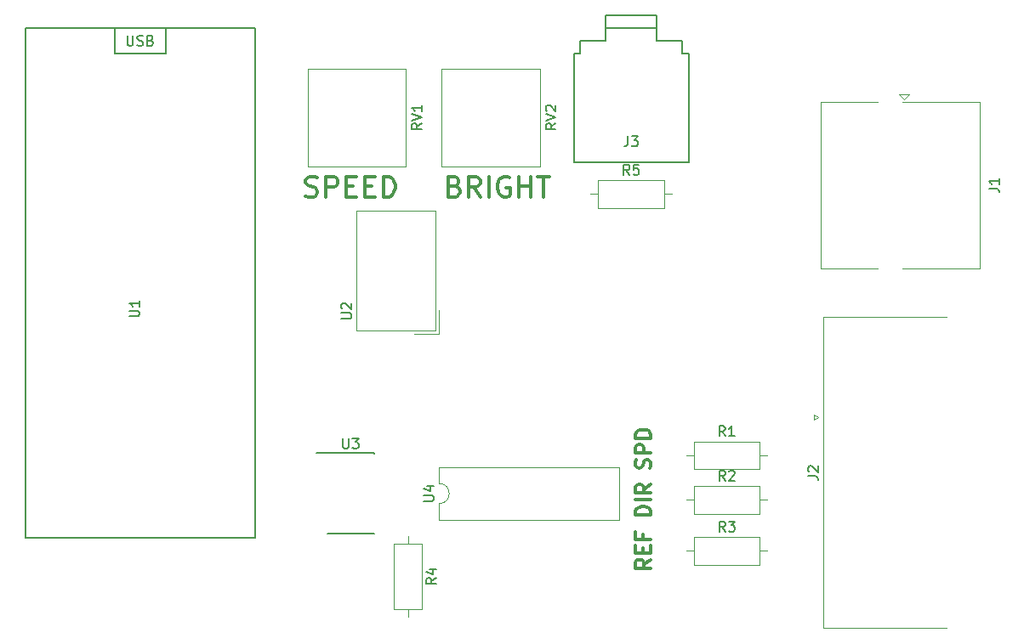
<source format=gto>
G04 #@! TF.GenerationSoftware,KiCad,Pcbnew,(5.0.0)*
G04 #@! TF.CreationDate,2021-05-18T20:46:35-04:00*
G04 #@! TF.ProjectId,CustomSID_PCB,437573746F6D5349445F5043422E6B69,rev?*
G04 #@! TF.SameCoordinates,Original*
G04 #@! TF.FileFunction,Legend,Top*
G04 #@! TF.FilePolarity,Positive*
%FSLAX46Y46*%
G04 Gerber Fmt 4.6, Leading zero omitted, Abs format (unit mm)*
G04 Created by KiCad (PCBNEW (5.0.0)) date 05/18/21 20:46:35*
%MOMM*%
%LPD*%
G01*
G04 APERTURE LIST*
%ADD10C,0.300000*%
%ADD11C,0.120000*%
%ADD12C,0.150000*%
G04 APERTURE END LIST*
D10*
X166413571Y-116427142D02*
X165699285Y-116927142D01*
X166413571Y-117284285D02*
X164913571Y-117284285D01*
X164913571Y-116712857D01*
X164985000Y-116570000D01*
X165056428Y-116498571D01*
X165199285Y-116427142D01*
X165413571Y-116427142D01*
X165556428Y-116498571D01*
X165627857Y-116570000D01*
X165699285Y-116712857D01*
X165699285Y-117284285D01*
X165627857Y-115784285D02*
X165627857Y-115284285D01*
X166413571Y-115070000D02*
X166413571Y-115784285D01*
X164913571Y-115784285D01*
X164913571Y-115070000D01*
X165627857Y-113927142D02*
X165627857Y-114427142D01*
X166413571Y-114427142D02*
X164913571Y-114427142D01*
X164913571Y-113712857D01*
X166342142Y-107338571D02*
X166413571Y-107124285D01*
X166413571Y-106767142D01*
X166342142Y-106624285D01*
X166270714Y-106552857D01*
X166127857Y-106481428D01*
X165985000Y-106481428D01*
X165842142Y-106552857D01*
X165770714Y-106624285D01*
X165699285Y-106767142D01*
X165627857Y-107052857D01*
X165556428Y-107195714D01*
X165485000Y-107267142D01*
X165342142Y-107338571D01*
X165199285Y-107338571D01*
X165056428Y-107267142D01*
X164985000Y-107195714D01*
X164913571Y-107052857D01*
X164913571Y-106695714D01*
X164985000Y-106481428D01*
X166413571Y-105838571D02*
X164913571Y-105838571D01*
X164913571Y-105267142D01*
X164985000Y-105124285D01*
X165056428Y-105052857D01*
X165199285Y-104981428D01*
X165413571Y-104981428D01*
X165556428Y-105052857D01*
X165627857Y-105124285D01*
X165699285Y-105267142D01*
X165699285Y-105838571D01*
X166413571Y-104338571D02*
X164913571Y-104338571D01*
X164913571Y-103981428D01*
X164985000Y-103767142D01*
X165127857Y-103624285D01*
X165270714Y-103552857D01*
X165556428Y-103481428D01*
X165770714Y-103481428D01*
X166056428Y-103552857D01*
X166199285Y-103624285D01*
X166342142Y-103767142D01*
X166413571Y-103981428D01*
X166413571Y-104338571D01*
X166413571Y-111990000D02*
X164913571Y-111990000D01*
X164913571Y-111632857D01*
X164985000Y-111418571D01*
X165127857Y-111275714D01*
X165270714Y-111204285D01*
X165556428Y-111132857D01*
X165770714Y-111132857D01*
X166056428Y-111204285D01*
X166199285Y-111275714D01*
X166342142Y-111418571D01*
X166413571Y-111632857D01*
X166413571Y-111990000D01*
X166413571Y-110490000D02*
X164913571Y-110490000D01*
X166413571Y-108918571D02*
X165699285Y-109418571D01*
X166413571Y-109775714D02*
X164913571Y-109775714D01*
X164913571Y-109204285D01*
X164985000Y-109061428D01*
X165056428Y-108990000D01*
X165199285Y-108918571D01*
X165413571Y-108918571D01*
X165556428Y-108990000D01*
X165627857Y-109061428D01*
X165699285Y-109204285D01*
X165699285Y-109775714D01*
X146920857Y-79229857D02*
X147211142Y-79326619D01*
X147307904Y-79423380D01*
X147404666Y-79616904D01*
X147404666Y-79907190D01*
X147307904Y-80100714D01*
X147211142Y-80197476D01*
X147017619Y-80294238D01*
X146243523Y-80294238D01*
X146243523Y-78262238D01*
X146920857Y-78262238D01*
X147114380Y-78359000D01*
X147211142Y-78455761D01*
X147307904Y-78649285D01*
X147307904Y-78842809D01*
X147211142Y-79036333D01*
X147114380Y-79133095D01*
X146920857Y-79229857D01*
X146243523Y-79229857D01*
X149436666Y-80294238D02*
X148759333Y-79326619D01*
X148275523Y-80294238D02*
X148275523Y-78262238D01*
X149049619Y-78262238D01*
X149243142Y-78359000D01*
X149339904Y-78455761D01*
X149436666Y-78649285D01*
X149436666Y-78939571D01*
X149339904Y-79133095D01*
X149243142Y-79229857D01*
X149049619Y-79326619D01*
X148275523Y-79326619D01*
X150307523Y-80294238D02*
X150307523Y-78262238D01*
X152339523Y-78359000D02*
X152146000Y-78262238D01*
X151855714Y-78262238D01*
X151565428Y-78359000D01*
X151371904Y-78552523D01*
X151275142Y-78746047D01*
X151178380Y-79133095D01*
X151178380Y-79423380D01*
X151275142Y-79810428D01*
X151371904Y-80003952D01*
X151565428Y-80197476D01*
X151855714Y-80294238D01*
X152049238Y-80294238D01*
X152339523Y-80197476D01*
X152436285Y-80100714D01*
X152436285Y-79423380D01*
X152049238Y-79423380D01*
X153307142Y-80294238D02*
X153307142Y-78262238D01*
X153307142Y-79229857D02*
X154468285Y-79229857D01*
X154468285Y-80294238D02*
X154468285Y-78262238D01*
X155145619Y-78262238D02*
X156306761Y-78262238D01*
X155726190Y-80294238D02*
X155726190Y-78262238D01*
X132073952Y-80197476D02*
X132364238Y-80294238D01*
X132848047Y-80294238D01*
X133041571Y-80197476D01*
X133138333Y-80100714D01*
X133235095Y-79907190D01*
X133235095Y-79713666D01*
X133138333Y-79520142D01*
X133041571Y-79423380D01*
X132848047Y-79326619D01*
X132461000Y-79229857D01*
X132267476Y-79133095D01*
X132170714Y-79036333D01*
X132073952Y-78842809D01*
X132073952Y-78649285D01*
X132170714Y-78455761D01*
X132267476Y-78359000D01*
X132461000Y-78262238D01*
X132944809Y-78262238D01*
X133235095Y-78359000D01*
X134105952Y-80294238D02*
X134105952Y-78262238D01*
X134880047Y-78262238D01*
X135073571Y-78359000D01*
X135170333Y-78455761D01*
X135267095Y-78649285D01*
X135267095Y-78939571D01*
X135170333Y-79133095D01*
X135073571Y-79229857D01*
X134880047Y-79326619D01*
X134105952Y-79326619D01*
X136137952Y-79229857D02*
X136815285Y-79229857D01*
X137105571Y-80294238D02*
X136137952Y-80294238D01*
X136137952Y-78262238D01*
X137105571Y-78262238D01*
X137976428Y-79229857D02*
X138653761Y-79229857D01*
X138944047Y-80294238D02*
X137976428Y-80294238D01*
X137976428Y-78262238D01*
X138944047Y-78262238D01*
X139814904Y-80294238D02*
X139814904Y-78262238D01*
X140298714Y-78262238D01*
X140589000Y-78359000D01*
X140782523Y-78552523D01*
X140879285Y-78746047D01*
X140976047Y-79133095D01*
X140976047Y-79423380D01*
X140879285Y-79810428D01*
X140782523Y-80003952D01*
X140589000Y-80197476D01*
X140298714Y-80294238D01*
X139814904Y-80294238D01*
D11*
G04 #@! TO.C,J1*
X199200000Y-70805000D02*
X199200000Y-87445000D01*
X199200000Y-70805000D02*
X191495000Y-70805000D01*
X199200000Y-87445000D02*
X191495000Y-87445000D01*
X183320000Y-70805000D02*
X183320000Y-87445000D01*
X183320000Y-70805000D02*
X188995000Y-70805000D01*
X183320000Y-87445000D02*
X188995000Y-87445000D01*
X191635000Y-70565000D02*
X191135000Y-70065000D01*
X191135000Y-70065000D02*
X192135000Y-70065000D01*
X192135000Y-70065000D02*
X191635000Y-70565000D01*
G04 #@! TO.C,RV2*
X155380000Y-77260000D02*
X145610000Y-77260000D01*
X155380000Y-67490000D02*
X145610000Y-67490000D01*
X145610000Y-67490000D02*
X145610000Y-77260000D01*
X155380000Y-67490000D02*
X155380000Y-77260000D01*
D12*
G04 #@! TO.C,J3*
X170180000Y-66040000D02*
X170180000Y-76835000D01*
X158750000Y-66040000D02*
X158750000Y-76835000D01*
X158750000Y-76835000D02*
X170180000Y-76835000D01*
X170180000Y-66040000D02*
X169545000Y-66040000D01*
X159385000Y-66040000D02*
X158750000Y-66040000D01*
X167005000Y-63500000D02*
X167005000Y-64770000D01*
X167005000Y-64770000D02*
X169545000Y-64770000D01*
X169545000Y-64770000D02*
X169545000Y-66040000D01*
X161925000Y-63500000D02*
X161925000Y-64770000D01*
X161925000Y-64770000D02*
X159385000Y-64770000D01*
X159385000Y-64770000D02*
X159385000Y-66040000D01*
X167005000Y-62230000D02*
X161925000Y-62230000D01*
X161925000Y-62230000D02*
X161925000Y-63500000D01*
X161925000Y-63500000D02*
X167005000Y-63500000D01*
X167005000Y-63500000D02*
X167005000Y-62230000D01*
D11*
G04 #@! TO.C,R5*
X161195000Y-78640000D02*
X161195000Y-81380000D01*
X161195000Y-81380000D02*
X167735000Y-81380000D01*
X167735000Y-81380000D02*
X167735000Y-78640000D01*
X167735000Y-78640000D02*
X161195000Y-78640000D01*
X160425000Y-80010000D02*
X161195000Y-80010000D01*
X168505000Y-80010000D02*
X167735000Y-80010000D01*
D12*
G04 #@! TO.C,U3*
X138850000Y-105830000D02*
X138850000Y-105855000D01*
X138850000Y-113880000D02*
X138850000Y-113855000D01*
X134200000Y-113880000D02*
X134200000Y-113855000D01*
X133125000Y-105780000D02*
X138850000Y-105780000D01*
X134200000Y-113880000D02*
X138850000Y-113880000D01*
D11*
G04 #@! TO.C,R4*
X143610000Y-114840000D02*
X140870000Y-114840000D01*
X140870000Y-114840000D02*
X140870000Y-121380000D01*
X140870000Y-121380000D02*
X143610000Y-121380000D01*
X143610000Y-121380000D02*
X143610000Y-114840000D01*
X142240000Y-114070000D02*
X142240000Y-114840000D01*
X142240000Y-122150000D02*
X142240000Y-121380000D01*
G04 #@! TO.C,RV1*
X142045000Y-67490000D02*
X142045000Y-77260000D01*
X132275000Y-67490000D02*
X132275000Y-77260000D01*
X142045000Y-67490000D02*
X132275000Y-67490000D01*
X142045000Y-77260000D02*
X132275000Y-77260000D01*
G04 #@! TO.C,U4*
X145355000Y-108855000D02*
G75*
G02X145355000Y-110855000I0J-1000000D01*
G01*
X145355000Y-110855000D02*
X145355000Y-112505000D01*
X145355000Y-112505000D02*
X163255000Y-112505000D01*
X163255000Y-112505000D02*
X163255000Y-107205000D01*
X163255000Y-107205000D02*
X145355000Y-107205000D01*
X145355000Y-107205000D02*
X145355000Y-108855000D01*
D12*
G04 #@! TO.C,U1*
X118110000Y-63500000D02*
X118110000Y-66040000D01*
X118110000Y-66040000D02*
X113030000Y-66040000D01*
X113030000Y-66040000D02*
X113030000Y-63500000D01*
X104140000Y-63500000D02*
X104140000Y-114300000D01*
X127000000Y-114300000D02*
X127000000Y-63500000D01*
X127000000Y-114300000D02*
X104140000Y-114300000D01*
X104140000Y-63500000D02*
X127000000Y-63500000D01*
D11*
G04 #@! TO.C,U2*
X145325000Y-93920000D02*
X145325000Y-91590000D01*
X142875000Y-93920000D02*
X145325000Y-93920000D01*
X144995000Y-81650000D02*
X144995000Y-93590000D01*
X137145000Y-81650000D02*
X144995000Y-81650000D01*
X137145000Y-93590000D02*
X137145000Y-81650000D01*
X144995000Y-93590000D02*
X137145000Y-93590000D01*
G04 #@! TO.C,J2*
X195900000Y-123260000D02*
X183560000Y-123260000D01*
X183560000Y-123260000D02*
X183560000Y-92290000D01*
X183560000Y-92290000D02*
X195900000Y-92290000D01*
X182665662Y-102485000D02*
X182665662Y-101985000D01*
X182665662Y-101985000D02*
X183098675Y-102235000D01*
X183098675Y-102235000D02*
X182665662Y-102485000D01*
G04 #@! TO.C,R3*
X170720000Y-114200000D02*
X170720000Y-116940000D01*
X170720000Y-116940000D02*
X177260000Y-116940000D01*
X177260000Y-116940000D02*
X177260000Y-114200000D01*
X177260000Y-114200000D02*
X170720000Y-114200000D01*
X169950000Y-115570000D02*
X170720000Y-115570000D01*
X178030000Y-115570000D02*
X177260000Y-115570000D01*
G04 #@! TO.C,R2*
X178030000Y-110490000D02*
X177260000Y-110490000D01*
X169950000Y-110490000D02*
X170720000Y-110490000D01*
X177260000Y-109120000D02*
X170720000Y-109120000D01*
X177260000Y-111860000D02*
X177260000Y-109120000D01*
X170720000Y-111860000D02*
X177260000Y-111860000D01*
X170720000Y-109120000D02*
X170720000Y-111860000D01*
G04 #@! TO.C,R1*
X170720000Y-104675000D02*
X170720000Y-107415000D01*
X170720000Y-107415000D02*
X177260000Y-107415000D01*
X177260000Y-107415000D02*
X177260000Y-104675000D01*
X177260000Y-104675000D02*
X170720000Y-104675000D01*
X169950000Y-106045000D02*
X170720000Y-106045000D01*
X178030000Y-106045000D02*
X177260000Y-106045000D01*
G04 #@! TO.C,J1*
D12*
X200087380Y-79458333D02*
X200801666Y-79458333D01*
X200944523Y-79505952D01*
X201039761Y-79601190D01*
X201087380Y-79744047D01*
X201087380Y-79839285D01*
X201087380Y-78458333D02*
X201087380Y-79029761D01*
X201087380Y-78744047D02*
X200087380Y-78744047D01*
X200230238Y-78839285D01*
X200325476Y-78934523D01*
X200373095Y-79029761D01*
G04 #@! TO.C,RV2*
X156962380Y-72970238D02*
X156486190Y-73303571D01*
X156962380Y-73541666D02*
X155962380Y-73541666D01*
X155962380Y-73160714D01*
X156010000Y-73065476D01*
X156057619Y-73017857D01*
X156152857Y-72970238D01*
X156295714Y-72970238D01*
X156390952Y-73017857D01*
X156438571Y-73065476D01*
X156486190Y-73160714D01*
X156486190Y-73541666D01*
X155962380Y-72684523D02*
X156962380Y-72351190D01*
X155962380Y-72017857D01*
X156057619Y-71732142D02*
X156010000Y-71684523D01*
X155962380Y-71589285D01*
X155962380Y-71351190D01*
X156010000Y-71255952D01*
X156057619Y-71208333D01*
X156152857Y-71160714D01*
X156248095Y-71160714D01*
X156390952Y-71208333D01*
X156962380Y-71779761D01*
X156962380Y-71160714D01*
G04 #@! TO.C,J3*
X164131666Y-74247380D02*
X164131666Y-74961666D01*
X164084047Y-75104523D01*
X163988809Y-75199761D01*
X163845952Y-75247380D01*
X163750714Y-75247380D01*
X164512619Y-74247380D02*
X165131666Y-74247380D01*
X164798333Y-74628333D01*
X164941190Y-74628333D01*
X165036428Y-74675952D01*
X165084047Y-74723571D01*
X165131666Y-74818809D01*
X165131666Y-75056904D01*
X165084047Y-75152142D01*
X165036428Y-75199761D01*
X164941190Y-75247380D01*
X164655476Y-75247380D01*
X164560238Y-75199761D01*
X164512619Y-75152142D01*
G04 #@! TO.C,R5*
X164298333Y-78092380D02*
X163965000Y-77616190D01*
X163726904Y-78092380D02*
X163726904Y-77092380D01*
X164107857Y-77092380D01*
X164203095Y-77140000D01*
X164250714Y-77187619D01*
X164298333Y-77282857D01*
X164298333Y-77425714D01*
X164250714Y-77520952D01*
X164203095Y-77568571D01*
X164107857Y-77616190D01*
X163726904Y-77616190D01*
X165203095Y-77092380D02*
X164726904Y-77092380D01*
X164679285Y-77568571D01*
X164726904Y-77520952D01*
X164822142Y-77473333D01*
X165060238Y-77473333D01*
X165155476Y-77520952D01*
X165203095Y-77568571D01*
X165250714Y-77663809D01*
X165250714Y-77901904D01*
X165203095Y-77997142D01*
X165155476Y-78044761D01*
X165060238Y-78092380D01*
X164822142Y-78092380D01*
X164726904Y-78044761D01*
X164679285Y-77997142D01*
G04 #@! TO.C,U3*
X135763095Y-104357380D02*
X135763095Y-105166904D01*
X135810714Y-105262142D01*
X135858333Y-105309761D01*
X135953571Y-105357380D01*
X136144047Y-105357380D01*
X136239285Y-105309761D01*
X136286904Y-105262142D01*
X136334523Y-105166904D01*
X136334523Y-104357380D01*
X136715476Y-104357380D02*
X137334523Y-104357380D01*
X137001190Y-104738333D01*
X137144047Y-104738333D01*
X137239285Y-104785952D01*
X137286904Y-104833571D01*
X137334523Y-104928809D01*
X137334523Y-105166904D01*
X137286904Y-105262142D01*
X137239285Y-105309761D01*
X137144047Y-105357380D01*
X136858333Y-105357380D01*
X136763095Y-105309761D01*
X136715476Y-105262142D01*
G04 #@! TO.C,R4*
X145062380Y-118276666D02*
X144586190Y-118610000D01*
X145062380Y-118848095D02*
X144062380Y-118848095D01*
X144062380Y-118467142D01*
X144110000Y-118371904D01*
X144157619Y-118324285D01*
X144252857Y-118276666D01*
X144395714Y-118276666D01*
X144490952Y-118324285D01*
X144538571Y-118371904D01*
X144586190Y-118467142D01*
X144586190Y-118848095D01*
X144395714Y-117419523D02*
X145062380Y-117419523D01*
X144014761Y-117657619D02*
X144729047Y-117895714D01*
X144729047Y-117276666D01*
G04 #@! TO.C,RV1*
X143627380Y-72970238D02*
X143151190Y-73303571D01*
X143627380Y-73541666D02*
X142627380Y-73541666D01*
X142627380Y-73160714D01*
X142675000Y-73065476D01*
X142722619Y-73017857D01*
X142817857Y-72970238D01*
X142960714Y-72970238D01*
X143055952Y-73017857D01*
X143103571Y-73065476D01*
X143151190Y-73160714D01*
X143151190Y-73541666D01*
X142627380Y-72684523D02*
X143627380Y-72351190D01*
X142627380Y-72017857D01*
X143627380Y-71160714D02*
X143627380Y-71732142D01*
X143627380Y-71446428D02*
X142627380Y-71446428D01*
X142770238Y-71541666D01*
X142865476Y-71636904D01*
X142913095Y-71732142D01*
G04 #@! TO.C,U4*
X143807380Y-110616904D02*
X144616904Y-110616904D01*
X144712142Y-110569285D01*
X144759761Y-110521666D01*
X144807380Y-110426428D01*
X144807380Y-110235952D01*
X144759761Y-110140714D01*
X144712142Y-110093095D01*
X144616904Y-110045476D01*
X143807380Y-110045476D01*
X144140714Y-109140714D02*
X144807380Y-109140714D01*
X143759761Y-109378809D02*
X144474047Y-109616904D01*
X144474047Y-108997857D01*
G04 #@! TO.C,U1*
X114522380Y-92201904D02*
X115331904Y-92201904D01*
X115427142Y-92154285D01*
X115474761Y-92106666D01*
X115522380Y-92011428D01*
X115522380Y-91820952D01*
X115474761Y-91725714D01*
X115427142Y-91678095D01*
X115331904Y-91630476D01*
X114522380Y-91630476D01*
X115522380Y-90630476D02*
X115522380Y-91201904D01*
X115522380Y-90916190D02*
X114522380Y-90916190D01*
X114665238Y-91011428D01*
X114760476Y-91106666D01*
X114808095Y-91201904D01*
X114308095Y-64222380D02*
X114308095Y-65031904D01*
X114355714Y-65127142D01*
X114403333Y-65174761D01*
X114498571Y-65222380D01*
X114689047Y-65222380D01*
X114784285Y-65174761D01*
X114831904Y-65127142D01*
X114879523Y-65031904D01*
X114879523Y-64222380D01*
X115308095Y-65174761D02*
X115450952Y-65222380D01*
X115689047Y-65222380D01*
X115784285Y-65174761D01*
X115831904Y-65127142D01*
X115879523Y-65031904D01*
X115879523Y-64936666D01*
X115831904Y-64841428D01*
X115784285Y-64793809D01*
X115689047Y-64746190D01*
X115498571Y-64698571D01*
X115403333Y-64650952D01*
X115355714Y-64603333D01*
X115308095Y-64508095D01*
X115308095Y-64412857D01*
X115355714Y-64317619D01*
X115403333Y-64270000D01*
X115498571Y-64222380D01*
X115736666Y-64222380D01*
X115879523Y-64270000D01*
X116641428Y-64698571D02*
X116784285Y-64746190D01*
X116831904Y-64793809D01*
X116879523Y-64889047D01*
X116879523Y-65031904D01*
X116831904Y-65127142D01*
X116784285Y-65174761D01*
X116689047Y-65222380D01*
X116308095Y-65222380D01*
X116308095Y-64222380D01*
X116641428Y-64222380D01*
X116736666Y-64270000D01*
X116784285Y-64317619D01*
X116831904Y-64412857D01*
X116831904Y-64508095D01*
X116784285Y-64603333D01*
X116736666Y-64650952D01*
X116641428Y-64698571D01*
X116308095Y-64698571D01*
G04 #@! TO.C,U2*
X135617380Y-92431904D02*
X136426904Y-92431904D01*
X136522142Y-92384285D01*
X136569761Y-92336666D01*
X136617380Y-92241428D01*
X136617380Y-92050952D01*
X136569761Y-91955714D01*
X136522142Y-91908095D01*
X136426904Y-91860476D01*
X135617380Y-91860476D01*
X135712619Y-91431904D02*
X135665000Y-91384285D01*
X135617380Y-91289047D01*
X135617380Y-91050952D01*
X135665000Y-90955714D01*
X135712619Y-90908095D01*
X135807857Y-90860476D01*
X135903095Y-90860476D01*
X136045952Y-90908095D01*
X136617380Y-91479523D01*
X136617380Y-90860476D01*
G04 #@! TO.C,J2*
X182072380Y-108108333D02*
X182786666Y-108108333D01*
X182929523Y-108155952D01*
X183024761Y-108251190D01*
X183072380Y-108394047D01*
X183072380Y-108489285D01*
X182167619Y-107679761D02*
X182120000Y-107632142D01*
X182072380Y-107536904D01*
X182072380Y-107298809D01*
X182120000Y-107203571D01*
X182167619Y-107155952D01*
X182262857Y-107108333D01*
X182358095Y-107108333D01*
X182500952Y-107155952D01*
X183072380Y-107727380D01*
X183072380Y-107108333D01*
G04 #@! TO.C,R3*
X173823333Y-113652380D02*
X173490000Y-113176190D01*
X173251904Y-113652380D02*
X173251904Y-112652380D01*
X173632857Y-112652380D01*
X173728095Y-112700000D01*
X173775714Y-112747619D01*
X173823333Y-112842857D01*
X173823333Y-112985714D01*
X173775714Y-113080952D01*
X173728095Y-113128571D01*
X173632857Y-113176190D01*
X173251904Y-113176190D01*
X174156666Y-112652380D02*
X174775714Y-112652380D01*
X174442380Y-113033333D01*
X174585238Y-113033333D01*
X174680476Y-113080952D01*
X174728095Y-113128571D01*
X174775714Y-113223809D01*
X174775714Y-113461904D01*
X174728095Y-113557142D01*
X174680476Y-113604761D01*
X174585238Y-113652380D01*
X174299523Y-113652380D01*
X174204285Y-113604761D01*
X174156666Y-113557142D01*
G04 #@! TO.C,R2*
X173823333Y-108572380D02*
X173490000Y-108096190D01*
X173251904Y-108572380D02*
X173251904Y-107572380D01*
X173632857Y-107572380D01*
X173728095Y-107620000D01*
X173775714Y-107667619D01*
X173823333Y-107762857D01*
X173823333Y-107905714D01*
X173775714Y-108000952D01*
X173728095Y-108048571D01*
X173632857Y-108096190D01*
X173251904Y-108096190D01*
X174204285Y-107667619D02*
X174251904Y-107620000D01*
X174347142Y-107572380D01*
X174585238Y-107572380D01*
X174680476Y-107620000D01*
X174728095Y-107667619D01*
X174775714Y-107762857D01*
X174775714Y-107858095D01*
X174728095Y-108000952D01*
X174156666Y-108572380D01*
X174775714Y-108572380D01*
G04 #@! TO.C,R1*
X173823333Y-104127380D02*
X173490000Y-103651190D01*
X173251904Y-104127380D02*
X173251904Y-103127380D01*
X173632857Y-103127380D01*
X173728095Y-103175000D01*
X173775714Y-103222619D01*
X173823333Y-103317857D01*
X173823333Y-103460714D01*
X173775714Y-103555952D01*
X173728095Y-103603571D01*
X173632857Y-103651190D01*
X173251904Y-103651190D01*
X174775714Y-104127380D02*
X174204285Y-104127380D01*
X174490000Y-104127380D02*
X174490000Y-103127380D01*
X174394761Y-103270238D01*
X174299523Y-103365476D01*
X174204285Y-103413095D01*
G04 #@! TD*
M02*

</source>
